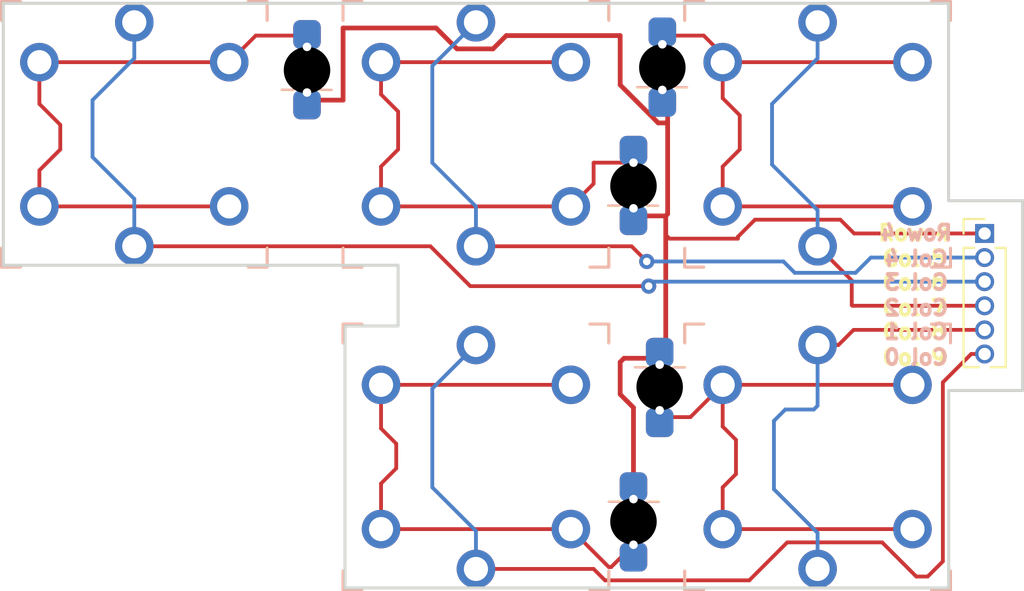
<source format=kicad_pcb>
(kicad_pcb (version 20211014) (generator pcbnew)
  (layers (0 "F.Cu" signal) (31 "B.Cu" signal) (34 "B.Paste" user) (35 "F.Paste" user) (36 "B.SilkS" user "B.Silkscreen") (37 "F.SilkS" user "F.Silkscreen") (38 "B.Mask" user) (39 "F.Mask" user) (44 "Edge.Cuts" user))
  (net 0 "")
  (footprint "SW_KEYBOARD:flipped_smd_diode" (layer "F.Cu") (at 149.92 89.0035)
    (fp_text reference "REF**" hide)
    (fp_text value "flipped_smd_diode" hide)
    (fp_line (start -0.72 -1.99) (end -1.33 -1.99) (layer "B.SilkS") (width 0.12))
    (fp_line (start 0.71 -1.99) (end 1.3 -1.98) (layer "B.SilkS") (width 0.12))
    (fp_line (start 0.69 -1.97) (end 1.3 -1.97) (layer "F.SilkS") (width 0.12))
    (fp_line (start -0.74 -1.97) (end -1.34 -1.97) (layer "F.SilkS") (width 0.12))
    (pad "" np_thru_hole circle (at 0 -3.02) (size 2.45 2.45) (drill 2.45) (layers *.Mask))
    (pad "0" thru_hole roundrect (at 0 -1.84) (size 1.45 1.524) (drill 0.45 (offset 0 0.65)) (layers *.Cu *.Mask))
    (pad "1" thru_hole roundrect (at 0 -4.245 180) (size 1.45 1.524) (drill 0.45 (offset 0 0.65)) (layers *.Cu *.Mask))
  )
  (footprint "SW_KEYBOARD:SW_PG1350_reversible" (layer "F.Cu") (at 158.1 89.5)
    (fp_text reference "REF**" hide)
    (fp_text value "SW_PG1350_reversible" hide)
    (fp_line (start -7 -7) (end -6 -7) (layer "B.SilkS") (width 0.15))
    (fp_line (start -7 7) (end -7 6) (layer "B.SilkS") (width 0.15))
    (fp_line (start 7 6) (end 7 7) (layer "B.SilkS") (width 0.15))
    (fp_line (start -6 7) (end -7 7) (layer "B.SilkS") (width 0.15))
    (fp_line (start 7 7) (end 6 7) (layer "B.SilkS") (width 0.15))
    (fp_line (start -7 7) (end -7 6) (layer "B.SilkS") (width 0.15))
    (fp_line (start -7 -6) (end -7 -7) (layer "B.SilkS") (width 0.15))
    (fp_line (start 7 6) (end 7 7) (layer "B.SilkS") (width 0.15))
    (fp_line (start 7 7) (end 6 7) (layer "B.SilkS") (width 0.15))
    (fp_line (start -6 7) (end -7 7) (layer "B.SilkS") (width 0.15))
    (fp_line (start 6 -7) (end 7 -7) (layer "B.SilkS") (width 0.15))
    (fp_line (start -7 -6) (end -7 -7) (layer "B.SilkS") (width 0.15))
    (fp_line (start 7 -7) (end 7 -6) (layer "B.SilkS") (width 0.15))
    (fp_line (start 6 -7) (end 7 -7) (layer "B.SilkS") (width 0.15))
    (fp_line (start 7 -7) (end 7 -6) (layer "B.SilkS") (width 0.15))
    (fp_line (start -7 -7) (end -6 -7) (layer "B.SilkS") (width 0.15))
    (fp_line (start 6 -7) (end 7 -7) (layer "F.SilkS") (width 0.15))
    (fp_line (start 7 7) (end 6 7) (layer "F.SilkS") (width 0.15))
    (fp_line (start -6 7) (end -7 7) (layer "F.SilkS") (width 0.15))
    (fp_line (start -7 -6) (end -7 -7) (layer "F.SilkS") (width 0.15))
    (fp_line (start -7 7) (end -7 6) (layer "F.SilkS") (width 0.15))
    (fp_line (start -6 7) (end -7 7) (layer "F.SilkS") (width 0.15))
    (fp_line (start 7 6) (end 7 7) (layer "F.SilkS") (width 0.15))
    (fp_line (start 7 6) (end 7 7) (layer "F.SilkS") (width 0.15))
    (fp_line (start 7 -7) (end 7 -6) (layer "F.SilkS") (width 0.15))
    (fp_line (start -7 7) (end -7 6) (layer "F.SilkS") (width 0.15))
    (fp_line (start 7 -7) (end 7 -6) (layer "F.SilkS") (width 0.15))
    (fp_line (start 7 7) (end 6 7) (layer "F.SilkS") (width 0.15))
    (fp_line (start -7 -7) (end -6 -7) (layer "F.SilkS") (width 0.15))
    (fp_line (start -7 -7) (end -6 -7) (layer "F.SilkS") (width 0.15))
    (fp_line (start -7 -6) (end -7 -7) (layer "F.SilkS") (width 0.15))
    (fp_line (start 6 -7) (end 7 -7) (layer "F.SilkS") (width 0.15))
    (pad "" np_thru_hole circle (at 0 0 180) (size 3.429 3.429) (drill 3.429) (layers *.Cu *.Mask))
    (pad "" np_thru_hole circle (at 5.5 0) (size 1.7018 1.7018) (drill 1.7018) (layers *.Cu *.Mask))
    (pad "" np_thru_hole circle (at 5.5 0 180) (size 1.7018 1.7018) (drill 1.7018) (layers *.Cu *.Mask))
    (pad "" np_thru_hole circle (at -5.5 0) (size 1.7018 1.7018) (drill 1.7018) (layers *.Cu *.Mask))
    (pad "" np_thru_hole circle (at 0 0) (size 3.429 3.429) (drill 3.429) (layers *.Cu *.Mask))
    (pad "" np_thru_hole circle (at -5.5 0 180) (size 1.7018 1.7018) (drill 1.7018) (layers *.Cu *.Mask))
    (pad "1" thru_hole circle (at 0 5.9) (size 2.032 2.032) (drill 1.27) (layers *.Cu *.Mask))
    (pad "1" thru_hole circle (at 0 -5.9 180) (size 2.032 2.032) (drill 1.27) (layers *.Cu *.Mask))
    (pad "2" thru_hole circle (at -5 3.8) (size 2.032 2.032) (drill 1.27) (layers *.Cu *.Mask))
    (pad "2" thru_hole circle (at 5 -3.8 180) (size 2.032 2.032) (drill 1.27) (layers *.Cu *.Mask))
    (pad "2" thru_hole circle (at -5 -3.8 180) (size 2.032 2.032) (drill 1.27) (layers *.Cu *.Mask))
    (pad "2" thru_hole circle (at 5 3.8) (size 2.032 2.032) (drill 1.27) (layers *.Cu *.Mask))
  )
  (footprint "Connector_PinHeader_1.27mm:PinHeader_1x06_P1.27mm_Vertical" (layer "F.Cu") (at 166.9 94.725)
    (fp_text reference "REF**" hide)
    (fp_text value "PinHeader_1x06_P1.27mm_Vertical" hide)
    (fp_line (start -1.11 0.76) (end -1.11 7.045) (layer "F.SilkS") (width 0.12))
    (fp_line (start -1.11 -0.76) (end 0 -0.76) (layer "F.SilkS") (width 0.12))
    (fp_line (start -1.11 0.76) (end -0.563471 0.76) (layer "F.SilkS") (width 0.12))
    (fp_line (start 1.11 0.76) (end 1.11 7.045) (layer "F.SilkS") (width 0.12))
    (fp_line (start 0.30753 7.045) (end 1.11 7.045) (layer "F.SilkS") (width 0.12))
    (fp_line (start -1.11 7.045) (end -0.30753 7.045) (layer "F.SilkS") (width 0.12))
    (fp_line (start 0.563471 0.76) (end 1.11 0.76) (layer "F.SilkS") (width 0.12))
    (fp_line (start -1.11 0) (end -1.11 -0.76) (layer "F.SilkS") (width 0.12))
    (pad "1" thru_hole rect (at 0 0) (size 1 1) (drill 0.65) (layers *.Cu *.Mask))
    (pad "2" thru_hole oval (at 0 1.27) (size 1 1) (drill 0.65) (layers *.Cu *.Mask))
    (pad "3" thru_hole oval (at 0 2.54) (size 1 1) (drill 0.65) (layers *.Cu *.Mask))
    (pad "4" thru_hole oval (at 0 3.81) (size 1 1) (drill 0.65) (layers *.Cu *.Mask))
    (pad "5" thru_hole oval (at 0 5.08) (size 1 1) (drill 0.65) (layers *.Cu *.Mask))
    (pad "6" thru_hole oval (at 0 6.35) (size 1 1) (drill 0.65) (layers *.Cu *.Mask))
  )
  (footprint "SW_KEYBOARD:flipped_smd_diode" (layer "F.Cu") (at 148.4 106.88 180)
    (fp_text reference "REF**" hide)
    (fp_text value "flipped_smd_diode" hide)
    (fp_line (start -0.72 -1.99) (end -1.33 -1.99) (layer "B.SilkS") (width 0.12))
    (fp_line (start 0.71 -1.99) (end 1.3 -1.98) (layer "B.SilkS") (width 0.12))
    (fp_line (start 0.69 -1.97) (end 1.3 -1.97) (layer "F.SilkS") (width 0.12))
    (fp_line (start -0.74 -1.97) (end -1.34 -1.97) (layer "F.SilkS") (width 0.12))
    (pad "" np_thru_hole circle (at 0 -3.02 180) (size 2.45 2.45) (drill 2.45) (layers *.Mask))
    (pad "0" thru_hole roundrect (at 0 -1.84 180) (size 1.45 1.524) (drill 0.45 (offset 0 0.65)) (layers *.Cu *.Mask))
    (pad "1" thru_hole roundrect (at 0 -4.245) (size 1.45 1.524) (drill 0.45 (offset 0 0.65)) (layers *.Cu *.Mask))
  )
  (footprint "SW_KEYBOARD:SW_PG1350_reversible" (layer "F.Cu") (at 140.1 89.5)
    (fp_text reference "REF**" hide)
    (fp_text value "SW_PG1350_reversible" hide)
    (fp_line (start 7 -7) (end 7 -6) (layer "B.SilkS") (width 0.15))
    (fp_line (start -7 -6) (end -7 -7) (layer "B.SilkS") (width 0.15))
    (fp_line (start 7 6) (end 7 7) (layer "B.SilkS") (width 0.15))
    (fp_line (start -7 -7) (end -6 -7) (layer "B.SilkS") (width 0.15))
    (fp_line (start -7 7) (end -7 6) (layer "B.SilkS") (width 0.15))
    (fp_line (start -7 -7) (end -6 -7) (layer "B.SilkS") (width 0.15))
    (fp_line (start 7 7) (end 6 7) (layer "B.SilkS") (width 0.15))
    (fp_line (start -6 7) (end -7 7) (layer "B.SilkS") (width 0.15))
    (fp_line (start 6 -7) (end 7 -7) (layer "B.SilkS") (width 0.15))
    (fp_line (start 7 6) (end 7 7) (layer "B.SilkS") (width 0.15))
    (fp_line (start 7 -7) (end 7 -6) (layer "B.SilkS") (width 0.15))
    (fp_line (start 7 7) (end 6 7) (layer "B.SilkS") (width 0.15))
    (fp_line (start 6 -7) (end 7 -7) (layer "B.SilkS") (width 0.15))
    (fp_line (start -6 7) (end -7 7) (layer "B.SilkS") (width 0.15))
    (fp_line (start -7 -6) (end -7 -7) (layer "B.SilkS") (width 0.15))
    (fp_line (start -7 7) (end -7 6) (layer "B.SilkS") (width 0.15))
    (fp_line (start -6 7) (end -7 7) (layer "F.SilkS") (width 0.15))
    (fp_line (start -7 -7) (end -6 -7) (layer "F.SilkS") (width 0.15))
    (fp_line (start 7 -7) (end 7 -6) (layer "F.SilkS") (width 0.15))
    (fp_line (start -6 7) (end -7 7) (layer "F.SilkS") (width 0.15))
    (fp_line (start 7 -7) (end 7 -6) (layer "F.SilkS") (width 0.15))
    (fp_line (start 7 7) (end 6 7) (layer "F.SilkS") (width 0.15))
    (fp_line (start -7 7) (end -7 6) (layer "F.SilkS") (width 0.15))
    (fp_line (start -7 -7) (end -6 -7) (layer "F.SilkS") (width 0.15))
    (fp_line (start -7 7) (end -7 6) (layer "F.SilkS") (width 0.15))
    (fp_line (start 7 7) (end 6 7) (layer "F.SilkS") (width 0.15))
    (fp_line (start -7 -6) (end -7 -7) (layer "F.SilkS") (width 0.15))
    (fp_line (start -7 -6) (end -7 -7) (layer "F.SilkS") (width 0.15))
    (fp_line (start 6 -7) (end 7 -7) (layer "F.SilkS") (width 0.15))
    (fp_line (start 6 -7) (end 7 -7) (layer "F.SilkS") (width 0.15))
    (fp_line (start 7 6) (end 7 7) (layer "F.SilkS") (width 0.15))
    (fp_line (start 7 6) (end 7 7) (layer "F.SilkS") (width 0.15))
    (pad "" np_thru_hole circle (at 0 0 180) (size 3.429 3.429) (drill 3.429) (layers *.Cu *.Mask))
    (pad "" np_thru_hole circle (at 5.5 0 180) (size 1.7018 1.7018) (drill 1.7018) (layers *.Cu *.Mask))
    (pad "" np_thru_hole circle (at -5.5 0) (size 1.7018 1.7018) (drill 1.7018) (layers *.Cu *.Mask))
    (pad "" np_thru_hole circle (at 0 0) (size 3.429 3.429) (drill 3.429) (layers *.Cu *.Mask))
    (pad "" np_thru_hole circle (at 5.5 0) (size 1.7018 1.7018) (drill 1.7018) (layers *.Cu *.Mask))
    (pad "" np_thru_hole circle (at -5.5 0 180) (size 1.7018 1.7018) (drill 1.7018) (layers *.Cu *.Mask))
    (pad "1" thru_hole circle (at 0 -5.9 180) (size 2.032 2.032) (drill 1.27) (layers *.Cu *.Mask))
    (pad "1" thru_hole circle (at 0 5.9) (size 2.032 2.032) (drill 1.27) (layers *.Cu *.Mask))
    (pad "2" thru_hole circle (at 5 -3.8 180) (size 2.032 2.032) (drill 1.27) (layers *.Cu *.Mask))
    (pad "2" thru_hole circle (at 5 3.8) (size 2.032 2.032) (drill 1.27) (layers *.Cu *.Mask))
    (pad "2" thru_hole circle (at -5 3.8) (size 2.032 2.032) (drill 1.27) (layers *.Cu *.Mask))
    (pad "2" thru_hole circle (at -5 -3.8 180) (size 2.032 2.032) (drill 1.27) (layers *.Cu *.Mask))
  )
  (footprint "SW_KEYBOARD:flipped_smd_diode" (layer "F.Cu") (at 149.78 99.7965 180)
    (fp_text reference "REF**" hide)
    (fp_text value "flipped_smd_diode" hide)
    (fp_line (start -0.72 -1.99) (end -1.33 -1.99) (layer "B.SilkS") (width 0.12))
    (fp_line (start 0.71 -1.99) (end 1.3 -1.98) (layer "B.SilkS") (width 0.12))
    (fp_line (start 0.69 -1.97) (end 1.3 -1.97) (layer "F.SilkS") (width 0.12))
    (fp_line (start -0.74 -1.97) (end -1.34 -1.97) (layer "F.SilkS") (width 0.12))
    (pad "" np_thru_hole circle (at 0 -3.02 180) (size 2.45 2.45) (drill 2.45) (layers *.Mask))
    (pad "0" thru_hole roundrect (at 0 -1.84 180) (size 1.45 1.524) (drill 0.45 (offset 0 0.65)) (layers *.Cu *.Mask))
    (pad "1" thru_hole roundrect (at 0 -4.245) (size 1.45 1.524) (drill 0.45 (offset 0 0.65)) (layers *.Cu *.Mask))
  )
  (footprint "SW_KEYBOARD:flipped_smd_diode" (layer "F.Cu") (at 131.2 89.14)
    (fp_text reference "REF**" hide)
    (fp_text value "flipped_smd_diode" hide)
    (fp_line (start -0.72 -1.99) (end -1.33 -1.99) (layer "B.SilkS") (width 0.12))
    (fp_line (start 0.71 -1.99) (end 1.3 -1.98) (layer "B.SilkS") (width 0.12))
    (fp_line (start 0.69 -1.97) (end 1.3 -1.97) (layer "F.SilkS") (width 0.12))
    (fp_line (start -0.74 -1.97) (end -1.34 -1.97) (layer "F.SilkS") (width 0.12))
    (pad "" np_thru_hole circle (at 0 -3.02) (size 2.45 2.45) (drill 2.45) (layers *.Mask))
    (pad "0" thru_hole roundrect (at 0 -1.84) (size 1.45 1.524) (drill 0.45 (offset 0 0.65)) (layers *.Cu *.Mask))
    (pad "1" thru_hole roundrect (at 0 -4.245 180) (size 1.45 1.524) (drill 0.45 (offset 0 0.65)) (layers *.Cu *.Mask))
  )
  (footprint "SW_KEYBOARD:SW_PG1350_reversible" (layer "F.Cu") (at 122.1 89.5)
    (fp_text reference "REF**" hide)
    (fp_text value "SW_PG1350_reversible" hide)
    (fp_line (start 6 -7) (end 7 -7) (layer "B.SilkS") (width 0.15))
    (fp_line (start 6 -7) (end 7 -7) (layer "B.SilkS") (width 0.15))
    (fp_line (start -7 -7) (end -6 -7) (layer "B.SilkS") (width 0.15))
    (fp_line (start -7 7) (end -7 6) (layer "B.SilkS") (width 0.15))
    (fp_line (start -6 7) (end -7 7) (layer "B.SilkS") (width 0.15))
    (fp_line (start 7 7) (end 6 7) (layer "B.SilkS") (width 0.15))
    (fp_line (start 7 6) (end 7 7) (layer "B.SilkS") (width 0.15))
    (fp_line (start 7 7) (end 6 7) (layer "B.SilkS") (width 0.15))
    (fp_line (start -6 7) (end -7 7) (layer "B.SilkS") (width 0.15))
    (fp_line (start -7 -7) (end -6 -7) (layer "B.SilkS") (width 0.15))
    (fp_line (start -7 -6) (end -7 -7) (layer "B.SilkS") (width 0.15))
    (fp_line (start 7 6) (end 7 7) (layer "B.SilkS") (width 0.15))
    (fp_line (start -7 -6) (end -7 -7) (layer "B.SilkS") (width 0.15))
    (fp_line (start 7 -7) (end 7 -6) (layer "B.SilkS") (width 0.15))
    (fp_line (start 7 -7) (end 7 -6) (layer "B.SilkS") (width 0.15))
    (fp_line (start -7 7) (end -7 6) (layer "B.SilkS") (width 0.15))
    (fp_line (start 7 -7) (end 7 -6) (layer "F.SilkS") (width 0.15))
    (fp_line (start -7 -7) (end -6 -7) (layer "F.SilkS") (width 0.15))
    (fp_line (start -7 7) (end -7 6) (layer "F.SilkS") (width 0.15))
    (fp_line (start -7 7) (end -7 6) (layer "F.SilkS") (width 0.15))
    (fp_line (start -7 -6) (end -7 -7) (layer "F.SilkS") (width 0.15))
    (fp_line (start 7 6) (end 7 7) (layer "F.SilkS") (width 0.15))
    (fp_line (start 7 -7) (end 7 -6) (layer "F.SilkS") (width 0.15))
    (fp_line (start -7 -6) (end -7 -7) (layer "F.SilkS") (width 0.15))
    (fp_line (start -6 7) (end -7 7) (layer "F.SilkS") (width 0.15))
    (fp_line (start -6 7) (end -7 7) (layer "F.SilkS") (width 0.15))
    (fp_line (start -7 -7) (end -6 -7) (layer "F.SilkS") (width 0.15))
    (fp_line (start 7 7) (end 6 7) (layer "F.SilkS") (width 0.15))
    (fp_line (start 6 -7) (end 7 -7) (layer "F.SilkS") (width 0.15))
    (fp_line (start 7 7) (end 6 7) (layer "F.SilkS") (width 0.15))
    (fp_line (start 6 -7) (end 7 -7) (layer "F.SilkS") (width 0.15))
    (fp_line (start 7 6) (end 7 7) (layer "F.SilkS") (width 0.15))
    (pad "" np_thru_hole circle (at 0 0 180) (size 3.429 3.429) (drill 3.429) (layers *.Cu *.Mask))
    (pad "" np_thru_hole circle (at 0 0) (size 3.429 3.429) (drill 3.429) (layers *.Cu *.Mask))
    (pad "" np_thru_hole circle (at 5.5 0) (size 1.7018 1.7018) (drill 1.7018) (layers *.Cu *.Mask))
    (pad "" np_thru_hole circle (at -5.5 0) (size 1.7018 1.7018) (drill 1.7018) (layers *.Cu *.Mask))
    (pad "" np_thru_hole circle (at 5.5 0 180) (size 1.7018 1.7018) (drill 1.7018) (layers *.Cu *.Mask))
    (pad "" np_thru_hole circle (at -5.5 0 180) (size 1.7018 1.7018) (drill 1.7018) (layers *.Cu *.Mask))
    (pad "1" thru_hole circle (at 0 5.9) (size 2.032 2.032) (drill 1.27) (layers *.Cu *.Mask))
    (pad "1" thru_hole circle (at 0 -5.9 180) (size 2.032 2.032) (drill 1.27) (layers *.Cu *.Mask))
    (pad "2" thru_hole circle (at 5 -3.8 180) (size 2.032 2.032) (drill 1.27) (layers *.Cu *.Mask))
    (pad "2" thru_hole circle (at -5 3.8) (size 2.032 2.032) (drill 1.27) (layers *.Cu *.Mask))
    (pad "2" thru_hole circle (at -5 -3.8 180) (size 2.032 2.032) (drill 1.27) (layers *.Cu *.Mask))
    (pad "2" thru_hole circle (at 5 3.8) (size 2.032 2.032) (drill 1.27) (layers *.Cu *.Mask))
  )
  (footprint "SW_KEYBOARD:SW_PG1350_reversible" (layer "F.Cu") (at 158.1 106.5)
    (fp_text reference "REF**" hide)
    (fp_text value "SW_PG1350_reversible" hide)
    (fp_line (start 7 7) (end 6 7) (layer "B.SilkS") (width 0.15))
    (fp_line (start -7 7) (end -7 6) (layer "B.SilkS") (width 0.15))
    (fp_line (start 6 -7) (end 7 -7) (layer "B.SilkS") (width 0.15))
    (fp_line (start -7 -7) (end -6 -7) (layer "B.SilkS") (width 0.15))
    (fp_line (start 7 6) (end 7 7) (layer "B.SilkS") (width 0.15))
    (fp_line (start -7 -6) (end -7 -7) (layer "B.SilkS") (width 0.15))
    (fp_line (start -7 -6) (end -7 -7) (layer "B.SilkS") (width 0.15))
    (fp_line (start 6 -7) (end 7 -7) (layer "B.SilkS") (width 0.15))
    (fp_line (start -6 7) (end -7 7) (layer "B.SilkS") (width 0.15))
    (fp_line (start -7 -7) (end -6 -7) (layer "B.SilkS") (width 0.15))
    (fp_line (start 7 6) (end 7 7) (layer "B.SilkS") (width 0.15))
    (fp_line (start 7 -7) (end 7 -6) (layer "B.SilkS") (width 0.15))
    (fp_line (start -6 7) (end -7 7) (layer "B.SilkS") (width 0.15))
    (fp_line (start -7 7) (end -7 6) (layer "B.SilkS") (width 0.15))
    (fp_line (start 7 -7) (end 7 -6) (layer "B.SilkS") (width 0.15))
    (fp_line (start 7 7) (end 6 7) (layer "B.SilkS") (width 0.15))
    (fp_line (start 7 6) (end 7 7) (layer "F.SilkS") (width 0.15))
    (fp_line (start -7 7) (end -7 6) (layer "F.SilkS") (width 0.15))
    (fp_line (start -7 -6) (end -7 -7) (layer "F.SilkS") (width 0.15))
    (fp_line (start 6 -7) (end 7 -7) (layer "F.SilkS") (width 0.15))
    (fp_line (start 7 -7) (end 7 -6) (layer "F.SilkS") (width 0.15))
    (fp_line (start 7 6) (end 7 7) (layer "F.SilkS") (width 0.15))
    (fp_line (start -6 7) (end -7 7) (layer "F.SilkS") (width 0.15))
    (fp_line (start -7 7) (end -7 6) (layer "F.SilkS") (width 0.15))
    (fp_line (start 7 -7) (end 7 -6) (layer "F.SilkS") (width 0.15))
    (fp_line (start 6 -7) (end 7 -7) (layer "F.SilkS") (width 0.15))
    (fp_line (start 7 7) (end 6 7) (layer "F.SilkS") (width 0.15))
    (fp_line (start -7 -7) (end -6 -7) (layer "F.SilkS") (width 0.15))
    (fp_line (start 7 7) (end 6 7) (layer "F.SilkS") (width 0.15))
    (fp_line (start -7 -7) (end -6 -7) (layer "F.SilkS") (width 0.15))
    (fp_line (start -6 7) (end -7 7) (layer "F.SilkS") (width 0.15))
    (fp_line (start -7 -6) (end -7 -7) (layer "F.SilkS") (width 0.15))
    (pad "" np_thru_hole circle (at 0 0 180) (size 3.429 3.429) (drill 3.429) (layers *.Cu *.Mask))
    (pad "" np_thru_hole circle (at 5.5 0) (size 1.7018 1.7018) (drill 1.7018) (layers *.Cu *.Mask))
    (pad "" np_thru_hole circle (at 5.5 0 180) (size 1.7018 1.7018) (drill 1.7018) (layers *.Cu *.Mask))
    (pad "" np_thru_hole circle (at -5.5 0 180) (size 1.7018 1.7018) (drill 1.7018) (layers *.Cu *.Mask))
    (pad "" np_thru_hole circle (at -5.5 0) (size 1.7018 1.7018) (drill 1.7018) (layers *.Cu *.Mask))
    (pad "" np_thru_hole circle (at 0 0) (size 3.429 3.429) (drill 3.429) (layers *.Cu *.Mask))
    (pad "1" thru_hole circle (at 0 5.9) (size 2.032 2.032) (drill 1.27) (layers *.Cu *.Mask))
    (pad "1" thru_hole circle (at 0 -5.9 180) (size 2.032 2.032) (drill 1.27) (layers *.Cu *.Mask))
    (pad "2" thru_hole circle (at 5 3.8) (size 2.032 2.032) (drill 1.27) (layers *.Cu *.Mask))
    (pad "2" thru_hole circle (at -5 -3.8 180) (size 2.032 2.032) (drill 1.27) (layers *.Cu *.Mask))
    (pad "2" thru_hole circle (at -5 3.8) (size 2.032 2.032) (drill 1.27) (layers *.Cu *.Mask))
    (pad "2" thru_hole circle (at 5 -3.8 180) (size 2.032 2.032) (drill 1.27) (layers *.Cu *.Mask))
  )
  (footprint "SW_KEYBOARD:SW_PG1350_reversible" (layer "F.Cu") (at 140.1 106.5)
    (fp_text reference "REF**" hide)
    (fp_text value "SW_PG1350_reversible" hide)
    (fp_line (start 6 -7) (end 7 -7) (layer "B.SilkS") (width 0.15))
    (fp_line (start -7 -7) (end -6 -7) (layer "B.SilkS") (width 0.15))
    (fp_line (start -6 7) (end -7 7) (layer "B.SilkS") (width 0.15))
    (fp_line (start -7 7) (end -7 6) (layer "B.SilkS") (width 0.15))
    (fp_line (start 7 6) (end 7 7) (layer "B.SilkS") (width 0.15))
    (fp_line (start 6 -7) (end 7 -7) (layer "B.SilkS") (width 0.15))
    (fp_line (start -7 7) (end -7 6) (layer "B.SilkS") (width 0.15))
    (fp_line (start -7 -6) (end -7 -7) (layer "B.SilkS") (width 0.15))
    (fp_line (start 7 -7) (end 7 -6) (layer "B.SilkS") (width 0.15))
    (fp_line (start -6 7) (end -7 7) (layer "B.SilkS") (width 0.15))
    (fp_line (start 7 7) (end 6 7) (layer "B.SilkS") (width 0.15))
    (fp_line (start 7 6) (end 7 7) (layer "B.SilkS") (width 0.15))
    (fp_line (start 7 -7) (end 7 -6) (layer "B.SilkS") (width 0.15))
    (fp_line (start 7 7) (end 6 7) (layer "B.SilkS") (width 0.15))
    (fp_line (start -7 -7) (end -6 -7) (layer "B.SilkS") (width 0.15))
    (fp_line (start -7 -6) (end -7 -7) (layer "B.SilkS") (width 0.15))
    (fp_line (start -6 7) (end -7 7) (layer "F.SilkS") (width 0.15))
    (fp_line (start 7 6) (end 7 7) (layer "F.SilkS") (width 0.15))
    (fp_line (start -7 -6) (end -7 -7) (layer "F.SilkS") (width 0.15))
    (fp_line (start -7 -7) (end -6 -7) (layer "F.SilkS") (width 0.15))
    (fp_line (start 6 -7) (end 7 -7) (layer "F.SilkS") (width 0.15))
    (fp_line (start 7 7) (end 6 7) (layer "F.SilkS") (width 0.15))
    (fp_line (start 7 -7) (end 7 -6) (layer "F.SilkS") (width 0.15))
    (fp_line (start 6 -7) (end 7 -7) (layer "F.SilkS") (width 0.15))
    (fp_line (start 7 -7) (end 7 -6) (layer "F.SilkS") (width 0.15))
    (fp_line (start -7 7) (end -7 6) (layer "F.SilkS") (width 0.15))
    (fp_line (start 7 6) (end 7 7) (layer "F.SilkS") (width 0.15))
    (fp_line (start -7 -7) (end -6 -7) (layer "F.SilkS") (width 0.15))
    (fp_line (start -7 -6) (end -7 -7) (layer "F.SilkS") (width 0.15))
    (fp_line (start 7 7) (end 6 7) (layer "F.SilkS") (width 0.15))
    (fp_line (start -7 7) (end -7 6) (layer "F.SilkS") (width 0.15))
    (fp_line (start -6 7) (end -7 7) (layer "F.SilkS") (width 0.15))
    (pad "" np_thru_hole circle (at 5.5 0 180) (size 1.7018 1.7018) (drill 1.7018) (layers *.Cu *.Mask))
    (pad "" np_thru_hole circle (at -5.5 0 180) (size 1.7018 1.7018) (drill 1.7018) (layers *.Cu *.Mask))
    (pad "" np_thru_hole circle (at 0 0 180) (size 3.429 3.429) (drill 3.429) (layers *.Cu *.Mask))
    (pad "" np_thru_hole circle (at 5.5 0) (size 1.7018 1.7018) (drill 1.7018) (layers *.Cu *.Mask))
    (pad "" np_thru_hole circle (at -5.5 0) (size 1.7018 1.7018) (drill 1.7018) (layers *.Cu *.Mask))
    (pad "" np_thru_hole circle (at 0 0) (size 3.429 3.429) (drill 3.429) (layers *.Cu *.Mask))
    (pad "1" thru_hole circle (at 0 5.9) (size 2.032 2.032) (drill 1.27) (layers *.Cu *.Mask))
    (pad "1" thru_hole circle (at 0 -5.9 180) (size 2.032 2.032) (drill 1.27) (layers *.Cu *.Mask))
    (pad "2" thru_hole circle (at -5 3.8) (size 2.032 2.032) (drill 1.27) (layers *.Cu *.Mask))
    (pad "2" thru_hole circle (at 5 -3.8 180) (size 2.032 2.032) (drill 1.27) (layers *.Cu *.Mask))
    (pad "2" thru_hole circle (at 5 3.8) (size 2.032 2.032) (drill 1.27) (layers *.Cu *.Mask))
    (pad "2" thru_hole circle (at -5 -3.8 180) (size 2.032 2.032) (drill 1.27) (layers *.Cu *.Mask))
  )
  (footprint "SW_KEYBOARD:flipped_smd_diode" (layer "F.Cu") (at 148.4 95.24)
    (fp_text reference "REF**" hide)
    (fp_text value "flipped_smd_diode" hide)
    (fp_line (start -0.72 -1.99) (end -1.33 -1.99) (layer "B.SilkS") (width 0.12))
    (fp_line (start 0.71 -1.99) (end 1.3 -1.98) (layer "B.SilkS") (width 0.12))
    (fp_line (start 0.69 -1.97) (end 1.3 -1.97) (layer "F.SilkS") (width 0.12))
    (fp_line (start -0.74 -1.97) (end -1.34 -1.97) (layer "F.SilkS") (width 0.12))
    (pad "" np_thru_hole circle (at 0 -3.02) (size 2.45 2.45) (drill 2.45) (layers *.Mask))
    (pad "0" thru_hole roundrect (at 0 -1.84) (size 1.45 1.524) (drill 0.45 (offset 0 0.65)) (layers *.Cu *.Mask))
    (pad "1" thru_hole roundrect (at 0 -4.245 180) (size 1.45 1.524) (drill 0.45 (offset 0 0.65)) (layers *.Cu *.Mask))
  )
  (gr_line (start 168.9 93.000001) (end 165 93.000001) (layer "Edge.Cuts") (width 0.16))
  (gr_line (start 136 99.6) (end 133.200019 99.600001) (layer "Edge.Cuts") (width 0.16))
  (gr_line (start 133.200019 113.4) (end 165.006031 113.4) (layer "Edge.Cuts") (width 0.16))
  (gr_line (start 136 96.400001) (end 136 99.6) (layer "Edge.Cuts") (width 0.16))
  (gr_line (start 165.006031 113.4) (end 165.006031 103.000001) (layer "Edge.Cuts") (width 0.16))
  (gr_line (start 115.2 82.600001) (end 115.2 96.400001) (layer "Edge.Cuts") (width 0.16))
  (gr_line (start 165 82.6) (end 115.2 82.600001) (layer "Edge.Cuts") (width 0.16))
  (gr_line (start 168.9 103.000001) (end 168.9 93.000001) (layer "Edge.Cuts") (width 0.16))
  (gr_line (start 133.200019 99.600001) (end 133.200019 113.4) (layer "Edge.Cuts") (width 0.16))
  (gr_line (start 115.2 96.400001) (end 136 96.400001) (layer "Edge.Cuts") (width 0.16))
  (gr_line (start 168.9 103.000001) (end 165.006031 103.000001) (layer "Edge.Cuts") (width 0.16))
  (gr_line (start 165 82.6) (end 165 93.000001) (layer "Edge.Cuts") (width 0.16))
  (gr_text "Col 2" (at 163.3 98.65) (layer "B.SilkS") (effects (font (size 0.8 0.8) (thickness 0.2)) (justify mirror)))
  (gr_text "Col 4" (at 163.3 96.05) (layer "B.SilkS") (effects (font (size 0.8 0.8) (thickness 0.2)) (justify mirror)))
  (gr_text "Col 0" (at 163.3 101.25) (layer "B.SilkS") (effects (font (size 0.8 0.8) (thickness 0.2)) (justify mirror)))
  (gr_text "Col 1" (at 163.3 99.9) (layer "B.SilkS") (effects (font (size 0.8 0.8) (thickness 0.2)) (justify mirror)))
  (gr_text "Row 4" (at 163.3 94.7) (layer "B.SilkS") (effects (font (size 0.8 0.8) (thickness 0.2)) (justify mirror)))
  (gr_text "Col 3" (at 163.3 97.3) (layer "B.SilkS") (effects (font (size 0.8 0.8) (thickness 0.2)) (justify mirror)))
  (gr_text "Row 4" (at 163.2 94.7) (layer "F.SilkS") (effects (font (size 0.8 0.8) (thickness 0.2))))
  (gr_text "Col 5" (at 163.2 96.05) (layer "F.SilkS") (effects (font (size 0.8 0.8) (thickness 0.2))))
  (gr_text "Col 7" (at 163.2 98.65) (layer "F.SilkS") (effects (font (size 0.8 0.8) (thickness 0.2))))
  (gr_text "Col 9" (at 163.2 101.25) (layer "F.SilkS") (effects (font (size 0.8 0.8) (thickness 0.2))))
  (gr_text "Col 8" (at 163.2 99.9) (layer "F.SilkS") (effects (font (size 0.8 0.8) (thickness 0.2))))
  (gr_text "Col 6" (at 163.2 97.3) (layer "F.SilkS") (effects (font (size 0.8 0.8) (thickness 0.2))))
  (segment (start 164.7 112) (end 164.7 102.567894) (width 0.2) (layer "F.Cu") (net 0))
  (segment (start 153.1 93.3) (end 153.1 91.2) (width 0.2) (layer "F.Cu") (net 0))
  (segment (start 164.7 102.567894) (end 166.192894 101.075) (width 0.2) (layer "F.Cu") (net 0))
  (segment (start 153.1 110.3) (end 163.1 110.3) (width 0.2) (layer "F.Cu") (net 0))
  (segment (start 128.5 84.3) (end 130.605 84.3) (width 0.2) (layer "F.Cu") (net 0))
  (segment (start 135.1 107.9) (end 135.9 107.1) (width 0.2) (layer "F.Cu") (net 0))
  (segment (start 135.1 87.4) (end 135.1 85.7) (width 0.2) (layer "F.Cu") (net 0))
  (segment (start 159.9 97.2) (end 158.1 95.4) (width 0.2) (layer "F.Cu") (net 0))
  (segment (start 148.8 93.8) (end 148.4 93.4) (width 0.25) (layer "F.Cu") (net 0))
  (segment (start 135.1 110.3) (end 135.1 107.9) (width 0.2) (layer "F.Cu") (net 0))
  (segment (start 146.9 113) (end 154.5 113) (width 0.2) (layer "F.Cu") (net 0))
  (segment (start 153.1 110.3) (end 153.1 108.1) (width 0.2) (layer "F.Cu") (net 0))
  (segment (start 138 83.9) (end 133.1 83.9) (width 0.25) (layer "F.Cu") (net 0))
  (segment (start 136 90.3) (end 136 88.3) (width 0.2) (layer "F.Cu") (net 0))
  (segment (start 133.1 83.9) (end 133.1 87.7) (width 0.25) (layer "F.Cu") (net 0))
  (segment (start 150.1385 104.4) (end 149.78 104.0415) (width 0.2) (layer "F.Cu") (net 0))
  (segment (start 151.4 104.4) (end 150.1385 104.4) (width 0.2) (layer "F.Cu") (net 0))
  (segment (start 150.1 101.3165) (end 149.78 101.6365) (width 0.25) (layer "F.Cu") (net 0))
  (segment (start 154 88.5) (end 153.1 87.6) (width 0.2) (layer "F.Cu") (net 0))
  (segment (start 118.2 90.3) (end 118.2 89) (width 0.2) (layer "F.Cu") (net 0))
  (segment (start 146.3 91) (end 146.305 90.995) (width 0.2) (layer "F.Cu") (net 0))
  (segment (start 158.1 100.6) (end 159.2 100.6) (width 0.2) (layer "F.Cu") (net 0))
  (segment (start 135.1 91.2) (end 136 90.3) (width 0.2) (layer "F.Cu") (net 0))
  (segment (start 147.1 112.3) (end 147.225 112.3) (width 0.2) (layer "F.Cu") (net 0))
  (segment (start 146.3 92.1) (end 146.3 91) (width 0.2) (layer "F.Cu") (net 0))
  (segment (start 147.7 86.9) (end 147.7 84.3) (width 0.25) (layer "F.Cu") (net 0))
  (segment (start 145.1 93.3) (end 146.3 92.1) (width 0.2) (layer "F.Cu") (net 0))
  (segment (start 153.1 91.2) (end 154 90.3) (width 0.2) (layer "F.Cu") (net 0))
  (segment (start 153.1 102.7) (end 163.1 102.7) (width 0.2) (layer "F.Cu") (net 0))
  (segment (start 153.1 87.6) (end 153.1 85.7) (width 0.2) (layer "F.Cu") (net 0))
  (segment (start 140.1 95.4) (end 148.3 95.4) (width 0.2) (layer "F.Cu") (net 0))
  (segment (start 147.7 101.5) (end 147.9 101.3) (width 0.25) (layer "F.Cu") (net 0))
  (segment (start 146.3 112.4) (end 146.9 113) (width 0.2) (layer "F.Cu") (net 0))
  (segment (start 159.9 98.5) (end 159.9 97.2) (width 0.2) (layer "F.Cu") (net 0))
  (segment (start 149.92 84.7585) (end 150.3785 84.3) (width 0.2) (layer "F.Cu") (net 0))
  (segment (start 166.9 94.725) (end 160.025 94.725) (width 0.2) (layer "F.Cu") (net 0))
  (segment (start 135.1 105) (end 135.1 102.7) (width 0.2) (layer "F.Cu") (net 0))
  (segment (start 163.1 93.3) (end 153.1 93.3) (width 0.2) (layer "F.Cu") (net 0))
  (segment (start 145.1 110.3) (end 147.1 112.3) (width 0.2) (layer "F.Cu") (net 0))
  (segment (start 149.1 96.2) (end 149.2 96.3) (width 0.2) (layer "F.Cu") (net 0))
  (segment (start 145.1 102.7) (end 135.1 102.7) (width 0.2) (layer "F.Cu") (net 0))
  (segment (start 159.935 98.535) (end 159.9 98.5) (width 0.2) (layer "F.Cu") (net 0))
  (segment (start 137.7 95.4) (end 139.5 97.2) (width 0.2) (layer "F.Cu") (net 0))
  (segment (start 140.1 112.4) (end 146.3 112.4) (width 0.2) (layer "F.Cu") (net 0))
  (segment (start 133.1 87.7) (end 131.6 87.7) (width 0.25) (layer "F.Cu") (net 0))
  (segment (start 131.6 87.7) (end 131.2 87.3) (width 0.25) (layer "F.Cu") (net 0))
  (segment (start 153.1 104.9) (end 153.1 102.7) (width 0.2) (layer "F.Cu") (net 0))
  (segment (start 117.1 85.7) (end 127.1 85.7) (width 0.2) (layer "F.Cu") (net 0))
  (segment (start 150.1 93.8) (end 148.8 93.8) (width 0.25) (layer "F.Cu") (net 0))
  (segment (start 160.025 94.725) (end 159.3 94) (width 0.2) (layer "F.Cu") (net 0))
  (segment (start 152.1 84.3) (end 153.1 85.3) (width 0.2) (layer "F.Cu") (net 0))
  (segment (start 117.1 91.4) (end 118.2 90.3) (width 0.2) (layer "F.Cu") (net 0))
  (segment (start 159.2 100.6) (end 159.995 99.805) (width 0.2) (layer "F.Cu") (net 0))
  (segment (start 159.3 94) (end 154.8 94) (width 0.2) (layer "F.Cu") (net 0))
  (segment (start 148.3 95.4) (end 149.1 96.2) (width 0.2) (layer "F.Cu") (net 0))
  (segment (start 154.5 113) (end 156.5 111) (width 0.2) (layer "F.Cu") (net 0))
  (segment (start 163.3 112.8) (end 163.9 112.8) (width 0.2) (layer "F.Cu") (net 0))
  (segment (start 153.1 102.7) (end 151.4 104.4) (width 0.2) (layer "F.Cu") (net 0))
  (segment (start 153.1 85.7) (end 163.1 85.7) (width 0.2) (layer "F.Cu") (net 0))
  (segment (start 153.9 94.9) (end 153.9 95) (width 0.2) (layer "F.Cu") (net 0))
  (segment (start 150.2 87.4435) (end 150.2 88.9) (width 0.25) (layer "F.Cu") (net 0))
  (segment (start 149.4435 101.3) (end 149.78 101.6365) (width 0.25) (layer "F.Cu") (net 0))
  (segment (start 139.1 85) (end 138 83.9) (width 0.25) (layer "F.Cu") (net 0))
  (segment (start 148.4 103.9) (end 148.4 108.72) (width 0.25) (layer "F.Cu") (net 0))
  (segment (start 147.7 103.2) (end 147.7 101.5) (width 0.25) (layer "F.Cu") (net 0))
  (segment (start 135.1 93.3) (end 135.1 91.2) (width 0.2) (layer "F.Cu") (net 0))
  (segment (start 136 88.3) (end 135.1 87.4) (width 0.2) (layer "F.Cu") (net 0))
  (segment (start 135.1 85.7) (end 145.1 85.7) (width 0.2) (layer "F.Cu") (net 0))
  (segment (start 147.7 103.2) (end 148.4 103.9) (width 0.25) (layer "F.Cu") (net 0))
  (segment (start 150.1 93.8) (end 150.1 94.8) (width 0.25) (layer "F.Cu") (net 0))
  (segment (start 146.305 90.995) (end 148.4 90.995) (width 0.2) (layer "F.Cu") (net 0))
  (segment (start 166.9 98.535) (end 159.935 98.535) (width 0.2) (layer "F.Cu") (net 0))
  (segment (start 141.7 84.3) (end 141 85) (width 0.25) (layer "F.Cu") (net 0))
  (segment (start 159.995 99.805) (end 166.9 99.805) (width 0.2) (layer "F.Cu") (net 0))
  (segment (start 149.7 88.9) (end 147.7 86.9) (width 0.25) (layer "F.Cu") (net 0))
  (segment (start 150.3785 84.3) (end 152.1 84.3) (width 0.2) (layer "F.Cu") (net 0))
  (segment (start 150.2 88.9) (end 149.7 88.9) (width 0.25) (layer "F.Cu") (net 0))
  (segment (start 150.1 94.8) (end 150.1 101.3165) (width 0.25) (layer "F.Cu") (net 0))
  (segment (start 149.92 87.1635) (end 150.2 87.4435) (width 0.25) (layer "F.Cu") (net 0))
  (segment (start 153.9 95) (end 150.3 95) (width 0.2) (layer "F.Cu") (net 0))
  (segment (start 147.9 101.3) (end 149.4435 101.3) (width 0.25) (layer "F.Cu") (net 0))
  (segment (start 141 85) (end 139.1 85) (width 0.25) (layer "F.Cu") (net 0))
  (segment (start 127.1 85.7) (end 128.5 84.3) (width 0.2) (layer "F.Cu") (net 0))
  (segment (start 166.192894 101.075) (end 166.9 101.075) (width 0.2) (layer "F.Cu") (net 0))
  (segment (start 145.1 110.3) (end 135.1 110.3) (width 0.2) (layer "F.Cu") (net 0))
  (segment (start 117.1 93.3) (end 117.1 91.4) (width 0.2) (layer "F.Cu") (net 0))
  (segment (start 150.3 95) (end 150.1 94.8) (width 0.2) (layer "F.Cu") (net 0))
  (segment (start 156.5 111) (end 161.5 111) (width 0.2) (layer "F.Cu") (net 0))
  (segment (start 163.9 112.8) (end 164.7 112) (width 0.2) (layer "F.Cu") (net 0))
  (segment (start 153.1 108.1) (end 153.8 107.4) (width 0.2) (layer "F.Cu") (net 0))
  (segment (start 135.9 107.1) (end 135.9 105.8) (width 0.2) (layer "F.Cu") (net 0))
  (segment (start 135.9 105.8) (end 135.1 105) (width 0.2) (layer "F.Cu") (net 0))
  (segment (start 122.1 95.4) (end 137.7 95.4) (width 0.2) (layer "F.Cu") (net 0))
  (segment (start 153.8 107.4) (end 153.8 105.6) (width 0.2) (layer "F.Cu") (net 0))
  (segment (start 150.2 88.9) (end 150.2 93.7) (width 0.25) (layer "F.Cu") (net 0))
  (segment (start 150.2 93.7) (end 150.1 93.8) (width 0.25) (layer "F.Cu") (net 0))
  (segment (start 117.1 93.3) (end 127.1 93.3) (width 0.2) (layer "F.Cu") (net 0))
  (segment (start 139.8 97.5) (end 149.2 97.5) (width 0.2) (layer "F.Cu") (net 0))
  (segment (start 147.7 84.3) (end 141.7 84.3) (width 0.25) (layer "F.Cu") (net 0))
  (segment (start 147.225 112.3) (end 148.4 111.125) (width 0.2) (layer "F.Cu") (net 0))
  (segment (start 118.2 89) (end 117.1 87.9) (width 0.2) (layer "F.Cu") (net 0))
  (segment (start 153.8 105.6) (end 153.1 104.9) (width 0.2) (layer "F.Cu") (net 0))
  (segment (start 161.5 111) (end 163.3 112.8) (width 0.2) (layer "F.Cu") (net 0))
  (segment (start 135.1 93.3) (end 145.1 93.3) (width 0.2) (layer "F.Cu") (net 0))
  (segment (start 130.605 84.3) (end 131.2 84.895) (width 0.2) (layer "F.Cu") (net 0))
  (segment (start 154 90.3) (end 154 88.5) (width 0.2) (layer "F.Cu") (net 0))
  (segment (start 139.5 97.2) (end 139.8 97.5) (width 0.2) (layer "F.Cu") (net 0))
  (segment (start 117.1 87.9) (end 117.1 85.7) (width 0.2) (layer "F.Cu") (net 0))
  (segment (start 153.1 85.3) (end 153.1 85.7) (width 0.2) (layer "F.Cu") (net 0))
  (segment (start 154.8 94) (end 153.9 94.9) (width 0.2) (layer "F.Cu") (net 0))
  (via (at 149.2 97.5) (size 0.8) (drill 0.4) (layers "F.Cu" "B.Cu") (net 0))
  (via (at 149.1 96.2) (size 0.8) (drill 0.4) (layers "F.Cu" "B.Cu") (net 0))
  (segment (start 122.1 95.4) (end 122.1 92.9) (width 0.2) (layer "B.Cu") (net 0))
  (segment (start 140.1 112.4) (end 140.1 110.4) (width 0.2) (layer "B.Cu") (net 0))
  (segment (start 140.1 95.4) (end 140.1 93.3) (width 0.2) (layer "B.Cu") (net 0))
  (segment (start 156.3 96.2) (end 156.9 96.8) (width 0.2) (layer "B.Cu") (net 0))
  (segment (start 155.7 91.1) (end 155.7 87.9) (width 0.2) (layer "B.Cu") (net 0))
  (segment (start 137.8 108.1) (end 137.8 102.9) (width 0.2) (layer "B.Cu") (net 0))
  (segment (start 158.1 110.5) (end 155.8 108.2) (width 0.2) (layer "B.Cu") (net 0))
  (segment (start 149.1 96.2) (end 156.3 96.2) (width 0.2) (layer "B.Cu") (net 0))
  (segment (start 122.1 92.9) (end 119.9 90.7) (width 0.2) (layer "B.Cu") (net 0))
  (segment (start 155.8 104.6) (end 156.4 104) (width 0.2) (layer "B.Cu") (net 0))
  (segment (start 119.9 87.7) (end 122.1 85.5) (width 0.2) (layer "B.Cu") (net 0))
  (segment (start 149.435 97.265) (end 166.9 97.265) (width 0.2) (layer "B.Cu") (net 0))
  (segment (start 137.8 102.9) (end 140.1 100.6) (width 0.2) (layer "B.Cu") (net 0))
  (segment (start 140.1 93.3) (end 137.8 91) (width 0.2) (layer "B.Cu") (net 0))
  (segment (start 158.1 85.5) (end 158.1 83.6) (width 0.2) (layer "B.Cu") (net 0))
  (segment (start 137.8 91) (end 137.8 85.9) (width 0.2) (layer "B.Cu") (net 0))
  (segment (start 156.4 104) (end 157.9 104) (width 0.2) (layer "B.Cu") (net 0))
  (segment (start 158.1 95.4) (end 158.1 93.5) (width 0.2) (layer "B.Cu") (net 0))
  (segment (start 160.1 96.8) (end 160.905 95.995) (width 0.2) (layer "B.Cu") (net 0))
  (segment (start 137.8 85.9) (end 140.1 83.6) (width 0.2) (layer "B.Cu") (net 0))
  (segment (start 119.9 90.7) (end 119.9 87.7) (width 0.2) (layer "B.Cu") (net 0))
  (segment (start 158.1 93.5) (end 155.7 91.1) (width 0.2) (layer "B.Cu") (net 0))
  (segment (start 157.9 104) (end 158.1 103.8) (width 0.2) (layer "B.Cu") (net 0))
  (segment (start 122.1 85.5) (end 122.1 83.6) (width 0.2) (layer "B.Cu") (net 0))
  (segment (start 158.1 103.8) (end 158.1 100.6) (width 0.2) (layer "B.Cu") (net 0))
  (segment (start 160.905 95.995) (end 166.9 95.995) (width 0.2) (layer "B.Cu") (net 0))
  (segment (start 156.9 96.8) (end 160.1 96.8) (width 0.2) (layer "B.Cu") (net 0))
  (segment (start 158.1 112.4) (end 158.1 110.5) (width 0.2) (layer "B.Cu") (net 0))
  (segment (start 140.1 110.4) (end 137.8 108.1) (width 0.2) (layer "B.Cu") (net 0))
  (segment (start 149.2 97.5) (end 149.435 97.265) (width 0.2) (layer "B.Cu") (net 0))
  (segment (start 155.7 87.9) (end 158.1 85.5) (width 0.2) (layer "B.Cu") (net 0))
  (segment (start 155.8 108.2) (end 155.8 104.6) (width 0.2) (layer "B.Cu") (net 0))
)
</source>
